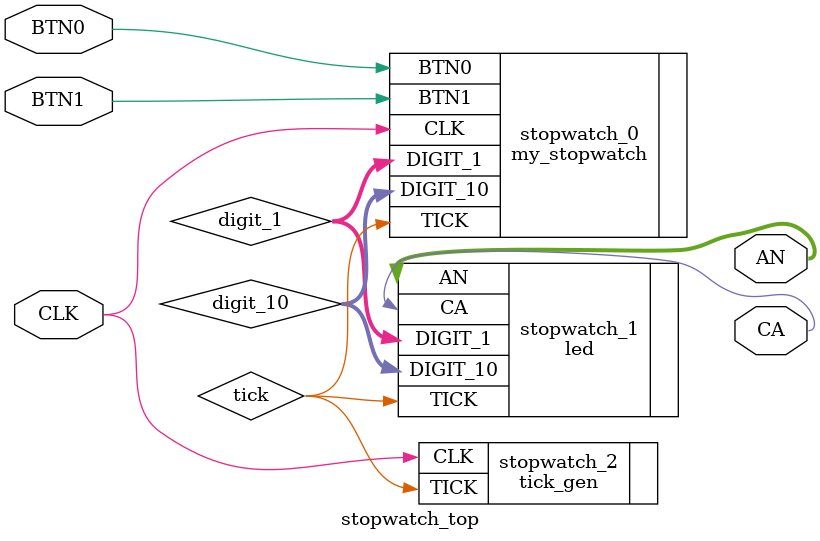
<source format=v>
`timescale 1ns / 1ps

module stopwatch_top(
    input CLK,
    input BTN0,
    input BTN1,
    output CA,
    output [6:0] AN
    );
    parameter CLK_FREQ = 125_000_000;
    
    wire tick;
    wire [3:0]digit_10, digit_1;
    
    
    my_stopwatch stopwatch_0(.CLK(CLK), .BTN0(BTN0), .BTN1(BTN1), .TICK(tick), .DIGIT_10(digit_10), .DIGIT_1(digit_1));
    led stopwatch_1(.DIGIT_10(digit_10), .DIGIT_1(digit_1), .TICK(tick), .AN(AN), .CA(CA));
    tick_gen#(.CLK_FREQ(CLK_FREQ))stopwatch_2(.CLK(CLK), .TICK(tick));
    
    
endmodule

</source>
